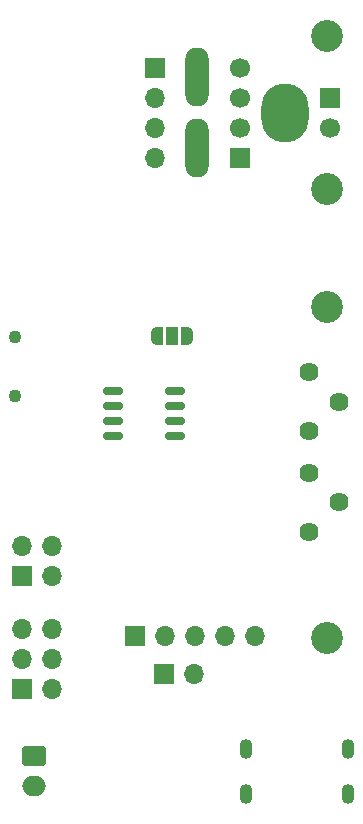
<source format=gbs>
G04 #@! TF.GenerationSoftware,KiCad,Pcbnew,(6.0.10-0)*
G04 #@! TF.CreationDate,2024-06-01T19:56:01+09:00*
G04 #@! TF.ProjectId,AutoFeeder_Drum-type,4175746f-4665-4656-9465-725f4472756d,01*
G04 #@! TF.SameCoordinates,Original*
G04 #@! TF.FileFunction,Soldermask,Bot*
G04 #@! TF.FilePolarity,Negative*
%FSLAX46Y46*%
G04 Gerber Fmt 4.6, Leading zero omitted, Abs format (unit mm)*
G04 Created by KiCad (PCBNEW (6.0.10-0)) date 2024-06-01 19:56:01*
%MOMM*%
%LPD*%
G01*
G04 APERTURE LIST*
G04 Aperture macros list*
%AMRoundRect*
0 Rectangle with rounded corners*
0 $1 Rounding radius*
0 $2 $3 $4 $5 $6 $7 $8 $9 X,Y pos of 4 corners*
0 Add a 4 corners polygon primitive as box body*
4,1,4,$2,$3,$4,$5,$6,$7,$8,$9,$2,$3,0*
0 Add four circle primitives for the rounded corners*
1,1,$1+$1,$2,$3*
1,1,$1+$1,$4,$5*
1,1,$1+$1,$6,$7*
1,1,$1+$1,$8,$9*
0 Add four rect primitives between the rounded corners*
20,1,$1+$1,$2,$3,$4,$5,0*
20,1,$1+$1,$4,$5,$6,$7,0*
20,1,$1+$1,$6,$7,$8,$9,0*
20,1,$1+$1,$8,$9,$2,$3,0*%
%AMFreePoly0*
4,1,22,0.550000,-0.750000,0.000000,-0.750000,0.000000,-0.745033,-0.079941,-0.743568,-0.215256,-0.701293,-0.333266,-0.622738,-0.424486,-0.514219,-0.481581,-0.384460,-0.499164,-0.250000,-0.500000,-0.250000,-0.500000,0.250000,-0.499164,0.250000,-0.499963,0.256109,-0.478152,0.396186,-0.417904,0.524511,-0.324060,0.630769,-0.204165,0.706417,-0.067858,0.745374,0.000000,0.744959,0.000000,0.750000,
0.550000,0.750000,0.550000,-0.750000,0.550000,-0.750000,$1*%
%AMFreePoly1*
4,1,20,0.000000,0.744959,0.073905,0.744508,0.209726,0.703889,0.328688,0.626782,0.421226,0.519385,0.479903,0.390333,0.500000,0.250000,0.500000,-0.250000,0.499851,-0.262216,0.476331,-0.402017,0.414519,-0.529596,0.319384,-0.634700,0.198574,-0.708877,0.061801,-0.746166,0.000000,-0.745033,0.000000,-0.750000,-0.550000,-0.750000,-0.550000,0.750000,0.000000,0.750000,0.000000,0.744959,
0.000000,0.744959,$1*%
G04 Aperture macros list end*
%ADD10R,1.700000X1.700000*%
%ADD11O,1.700000X1.700000*%
%ADD12O,2.000000X5.000000*%
%ADD13C,2.700000*%
%ADD14C,1.620000*%
%ADD15O,1.100000X1.700000*%
%ADD16C,1.100000*%
%ADD17O,4.000000X5.000000*%
%ADD18FreePoly0,0.000000*%
%ADD19R,1.000000X1.500000*%
%ADD20FreePoly1,0.000000*%
%ADD21RoundRect,0.250000X-0.750000X0.600000X-0.750000X-0.600000X0.750000X-0.600000X0.750000X0.600000X0*%
%ADD22O,2.000000X1.700000*%
%ADD23RoundRect,0.150000X0.675000X0.150000X-0.675000X0.150000X-0.675000X-0.150000X0.675000X-0.150000X0*%
%ADD24C,1.700000*%
G04 APERTURE END LIST*
D10*
X115700000Y-118745000D03*
D11*
X115700000Y-116205000D03*
X118240000Y-118745000D03*
X118240000Y-116205000D03*
D12*
X130500000Y-82500000D03*
D10*
X125225000Y-123825000D03*
D11*
X127765000Y-123825000D03*
X130305000Y-123825000D03*
X132845000Y-123825000D03*
X135385000Y-123825000D03*
D13*
X141500000Y-73000000D03*
X141500000Y-86000000D03*
D14*
X140000000Y-101500000D03*
X142500000Y-104000000D03*
X140000000Y-106500000D03*
D15*
X143320000Y-133425500D03*
X134680000Y-133425500D03*
X143320000Y-137225500D03*
X134680000Y-137225500D03*
D14*
X140000000Y-110000000D03*
X142500000Y-112500000D03*
X140000000Y-115000000D03*
D13*
X141500000Y-96000000D03*
D16*
X115119000Y-98465000D03*
X115119000Y-103465000D03*
D12*
X130500000Y-76500000D03*
D10*
X127000000Y-75717400D03*
D11*
X127000000Y-78257400D03*
X127000000Y-80797400D03*
X127000000Y-83337400D03*
D17*
X138000000Y-79500000D03*
D13*
X141500000Y-124000000D03*
D18*
X127100000Y-98425000D03*
D19*
X128400000Y-98425000D03*
D20*
X129700000Y-98425000D03*
D21*
X116713000Y-133985000D03*
D22*
X116713000Y-136485000D03*
D10*
X127762000Y-127000000D03*
D11*
X130302000Y-127000000D03*
D10*
X134191200Y-83312000D03*
D23*
X128625000Y-103095000D03*
X128625000Y-104365000D03*
X128625000Y-105635000D03*
X128625000Y-106905000D03*
X123375000Y-106905000D03*
X123375000Y-105635000D03*
X123375000Y-104365000D03*
X123375000Y-103095000D03*
D10*
X141800000Y-78250000D03*
D24*
X141800000Y-80790000D03*
X134180000Y-80790000D03*
X134180000Y-78250000D03*
D10*
X115700000Y-128270000D03*
D11*
X118240000Y-128270000D03*
X115700000Y-125730000D03*
X118240000Y-125730000D03*
X115700000Y-123190000D03*
X118240000Y-123190000D03*
D24*
X134191200Y-75717400D03*
M02*

</source>
